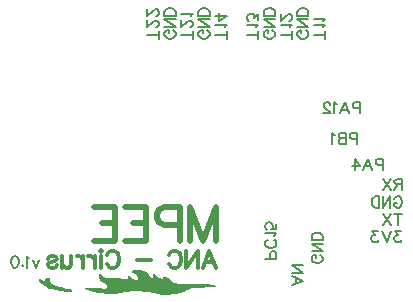
<source format=gbo>
G04 Layer: BottomSilkscreenLayer*
G04 EasyEDA v6.5.40, 2024-02-03 19:01:27*
G04 629f34bd56064ca5b14c1ddf27600c48,2e16165ee3bb4678bfb3015e44e098b9,10*
G04 Gerber Generator version 0.2*
G04 Scale: 100 percent, Rotated: No, Reflected: No *
G04 Dimensions in millimeters *
G04 leading zeros omitted , absolute positions ,4 integer and 5 decimal *
%FSLAX45Y45*%
%MOMM*%

%ADD10C,0.1600*%
%ADD11C,0.5000*%
%ADD12C,0.3000*%
%ADD13C,0.2000*%

%LPD*%
G36*
X1851050Y-2328519D02*
G01*
X1843735Y-2328773D01*
X1836928Y-2329332D01*
X1830730Y-2330246D01*
X1825193Y-2331466D01*
X1820570Y-2333040D01*
X1816912Y-2334920D01*
X1814322Y-2337104D01*
X1811477Y-2341219D01*
X1810054Y-2344978D01*
X1810054Y-2348433D01*
X1811477Y-2351532D01*
X1814372Y-2354326D01*
X1818639Y-2356815D01*
X1824380Y-2358999D01*
X1831543Y-2360879D01*
X1839061Y-2363368D01*
X1845259Y-2367076D01*
X1849831Y-2371852D01*
X1852523Y-2377490D01*
X1859076Y-2400604D01*
X1859534Y-2404059D01*
X1858924Y-2406853D01*
X1857349Y-2409088D01*
X1854911Y-2410815D01*
X1851761Y-2411933D01*
X1847951Y-2412542D01*
X1843735Y-2412695D01*
X1839112Y-2412288D01*
X1834235Y-2411425D01*
X1829257Y-2410104D01*
X1824278Y-2408326D01*
X1819351Y-2406091D01*
X1814677Y-2403500D01*
X1810410Y-2400452D01*
X1806549Y-2397048D01*
X1797405Y-2386126D01*
X1791817Y-2380843D01*
X1786686Y-2377490D01*
X1782114Y-2376068D01*
X1778355Y-2376627D01*
X1775460Y-2379065D01*
X1773580Y-2383536D01*
X1772920Y-2389987D01*
X1772767Y-2394661D01*
X1772259Y-2398623D01*
X1771294Y-2401874D01*
X1769770Y-2404465D01*
X1767535Y-2406396D01*
X1764538Y-2407716D01*
X1760677Y-2408478D01*
X1755851Y-2408682D01*
X1749958Y-2408377D01*
X1742846Y-2407615D01*
X1702765Y-2401112D01*
X1683766Y-2398471D01*
X1667916Y-2396896D01*
X1655368Y-2396337D01*
X1646174Y-2396845D01*
X1642922Y-2397506D01*
X1636826Y-2399995D01*
X1632356Y-2400960D01*
X1627225Y-2401366D01*
X1621637Y-2401316D01*
X1615592Y-2400706D01*
X1609242Y-2399690D01*
X1602740Y-2398217D01*
X1596085Y-2396388D01*
X1589430Y-2394153D01*
X1582877Y-2391613D01*
X1576578Y-2388768D01*
X1570532Y-2385669D01*
X1564894Y-2382316D01*
X1559814Y-2378760D01*
X1555292Y-2375001D01*
X1546606Y-2366111D01*
X1541881Y-2362708D01*
X1537512Y-2360930D01*
X1533702Y-2360726D01*
X1530451Y-2362047D01*
X1528013Y-2364943D01*
X1526438Y-2369362D01*
X1525879Y-2375255D01*
X1526235Y-2380030D01*
X1527149Y-2385263D01*
X1528622Y-2390902D01*
X1530553Y-2396693D01*
X1532890Y-2402535D01*
X1535480Y-2408275D01*
X1538325Y-2413711D01*
X1541322Y-2418689D01*
X1544370Y-2423058D01*
X1547418Y-2426665D01*
X1550365Y-2429357D01*
X1553159Y-2430983D01*
X1560220Y-2433878D01*
X1566672Y-2436825D01*
X1572615Y-2439873D01*
X1578000Y-2443022D01*
X1582877Y-2446172D01*
X1587195Y-2449322D01*
X1590954Y-2452522D01*
X1594154Y-2455672D01*
X1596847Y-2458821D01*
X1599031Y-2461920D01*
X1600657Y-2464917D01*
X1601774Y-2467813D01*
X1602333Y-2470607D01*
X1602384Y-2473248D01*
X1601876Y-2475738D01*
X1600860Y-2478024D01*
X1599336Y-2480157D01*
X1597304Y-2482037D01*
X1594713Y-2483713D01*
X1591614Y-2485136D01*
X1588008Y-2486253D01*
X1583893Y-2487066D01*
X1579270Y-2487574D01*
X1574139Y-2487726D01*
X1568500Y-2487574D01*
X1562354Y-2487015D01*
X1555648Y-2486050D01*
X1544320Y-2483866D01*
X1533956Y-2482443D01*
X1521409Y-2481224D01*
X1507337Y-2480259D01*
X1477010Y-2479141D01*
X1447647Y-2478989D01*
X1434846Y-2479344D01*
X1424127Y-2480005D01*
X1416100Y-2480919D01*
X1413256Y-2481529D01*
X1411274Y-2482189D01*
X1410309Y-2482900D01*
X1409750Y-2484272D01*
X1409750Y-2485644D01*
X1410309Y-2487117D01*
X1411325Y-2488590D01*
X1412849Y-2490063D01*
X1417320Y-2493162D01*
X1423517Y-2496312D01*
X1431290Y-2499512D01*
X1440535Y-2502763D01*
X1451000Y-2506014D01*
X1462582Y-2509215D01*
X1475181Y-2512364D01*
X1502613Y-2518359D01*
X1517142Y-2521153D01*
X1539595Y-2525064D01*
X1562303Y-2528519D01*
X1577340Y-2530500D01*
X1606499Y-2533599D01*
X1620316Y-2534666D01*
X1633423Y-2535377D01*
X1645615Y-2535732D01*
X1656791Y-2535631D01*
X1666798Y-2535123D01*
X1675434Y-2534158D01*
X1682648Y-2532684D01*
X1699564Y-2527198D01*
X1709521Y-2524506D01*
X1719986Y-2521966D01*
X1742236Y-2517648D01*
X1766011Y-2514244D01*
X1778304Y-2512872D01*
X1797304Y-2511298D01*
X1810156Y-2510485D01*
X1823212Y-2509926D01*
X1849577Y-2509520D01*
X1862836Y-2509621D01*
X1889302Y-2510586D01*
X1908911Y-2511907D01*
X1934565Y-2514447D01*
X1959356Y-2517902D01*
X1971293Y-2519984D01*
X1982876Y-2522270D01*
X1994103Y-2524810D01*
X2004872Y-2527554D01*
X2024227Y-2533345D01*
X2033270Y-2535428D01*
X2043379Y-2537104D01*
X2054504Y-2538374D01*
X2066391Y-2539238D01*
X2079040Y-2539695D01*
X2092198Y-2539746D01*
X2105761Y-2539492D01*
X2119630Y-2538831D01*
X2133650Y-2537815D01*
X2147620Y-2536494D01*
X2161540Y-2534869D01*
X2175154Y-2532938D01*
X2188413Y-2530703D01*
X2201062Y-2528163D01*
X2213102Y-2525420D01*
X2224328Y-2522372D01*
X2234590Y-2519070D01*
X2243785Y-2515616D01*
X2251811Y-2511856D01*
X2272182Y-2500274D01*
X2282088Y-2495042D01*
X2291384Y-2490724D01*
X2300478Y-2487218D01*
X2309774Y-2484424D01*
X2319629Y-2482291D01*
X2330500Y-2480716D01*
X2342743Y-2479598D01*
X2356815Y-2478836D01*
X2373020Y-2478379D01*
X2470861Y-2477465D01*
X2488234Y-2477008D01*
X2500934Y-2476347D01*
X2509672Y-2475331D01*
X2512822Y-2474722D01*
X2515260Y-2473960D01*
X2517038Y-2473045D01*
X2518308Y-2472080D01*
X2519172Y-2470912D01*
X2519680Y-2469591D01*
X2519984Y-2464663D01*
X2519730Y-2463546D01*
X2518968Y-2462479D01*
X2517749Y-2461412D01*
X2513838Y-2459431D01*
X2508199Y-2457500D01*
X2500884Y-2455773D01*
X2492044Y-2454148D01*
X2481732Y-2452674D01*
X2470099Y-2451354D01*
X2443378Y-2449271D01*
X2412746Y-2447848D01*
X2379065Y-2447239D01*
X2343302Y-2447493D01*
X2324963Y-2447950D01*
X2278024Y-2449830D01*
X2260295Y-2450084D01*
X2243836Y-2449830D01*
X2228596Y-2449068D01*
X2214524Y-2447798D01*
X2201570Y-2445969D01*
X2189734Y-2443581D01*
X2178862Y-2440584D01*
X2168956Y-2437079D01*
X2159914Y-2432913D01*
X2151786Y-2428189D01*
X2144420Y-2422855D01*
X2137816Y-2416860D01*
X2126488Y-2404160D01*
X2120696Y-2398928D01*
X2114651Y-2394559D01*
X2108504Y-2391105D01*
X2102256Y-2388514D01*
X2096160Y-2386888D01*
X2090267Y-2386177D01*
X2084679Y-2386431D01*
X2079498Y-2387701D01*
X2074875Y-2389987D01*
X2070912Y-2393289D01*
X2064512Y-2402433D01*
X2061565Y-2404465D01*
X2058416Y-2403805D01*
X2050846Y-2397760D01*
X2046427Y-2395423D01*
X2041855Y-2393848D01*
X2037588Y-2393289D01*
X2032863Y-2391867D01*
X2027072Y-2388158D01*
X2020925Y-2382570D01*
X2011121Y-2370836D01*
X2007107Y-2366924D01*
X2003247Y-2364028D01*
X1999589Y-2362200D01*
X1996186Y-2361336D01*
X1993138Y-2361488D01*
X1990547Y-2362606D01*
X1988362Y-2364689D01*
X1986788Y-2367737D01*
X1985822Y-2371699D01*
X1985568Y-2376576D01*
X1986838Y-2388870D01*
X1987143Y-2394204D01*
X1986940Y-2397810D01*
X1986229Y-2399131D01*
X1982419Y-2398471D01*
X1978050Y-2396540D01*
X1973376Y-2393594D01*
X1968550Y-2389733D01*
X1963775Y-2385212D01*
X1959305Y-2380132D01*
X1955342Y-2374696D01*
X1949551Y-2365044D01*
X1946452Y-2360930D01*
X1942744Y-2356916D01*
X1938528Y-2353005D01*
X1933905Y-2349296D01*
X1928875Y-2345842D01*
X1923592Y-2342743D01*
X1918157Y-2340000D01*
X1912061Y-2337511D01*
X1905355Y-2335377D01*
X1898091Y-2333498D01*
X1890522Y-2331923D01*
X1882648Y-2330602D01*
X1874621Y-2329637D01*
X1858721Y-2328570D01*
G37*
G36*
X1112469Y-2393645D02*
G01*
X1107897Y-2393797D01*
X1096162Y-2395118D01*
X1091285Y-2396337D01*
X1087120Y-2398115D01*
X1083360Y-2400655D01*
X1079906Y-2404160D01*
X1076452Y-2408732D01*
X1072845Y-2414524D01*
X1068933Y-2421788D01*
X1067104Y-2421737D01*
X1062888Y-2420112D01*
X1056944Y-2417165D01*
X1044498Y-2410206D01*
X1039672Y-2407869D01*
X1035405Y-2406142D01*
X1031646Y-2405024D01*
X1028395Y-2404414D01*
X1025652Y-2404364D01*
X1023416Y-2404821D01*
X1021740Y-2405684D01*
X1020521Y-2407005D01*
X1019759Y-2408682D01*
X1019556Y-2410764D01*
X1019759Y-2413152D01*
X1020470Y-2415794D01*
X1021638Y-2418740D01*
X1023264Y-2421890D01*
X1025347Y-2425242D01*
X1027887Y-2428748D01*
X1034287Y-2436063D01*
X1038098Y-2439873D01*
X1047038Y-2447442D01*
X1052118Y-2451201D01*
X1076198Y-2467406D01*
X1085900Y-2474569D01*
X1092098Y-2479802D01*
X1093470Y-2481427D01*
X1095908Y-2483764D01*
X1099769Y-2485644D01*
X1104493Y-2486914D01*
X1115923Y-2487828D01*
X1123746Y-2489047D01*
X1132179Y-2490774D01*
X1144320Y-2494178D01*
X1154480Y-2496718D01*
X1180541Y-2502154D01*
X1195374Y-2504897D01*
X1218285Y-2508758D01*
X1247444Y-2512974D01*
X1260246Y-2514549D01*
X1271117Y-2515565D01*
X1279499Y-2516073D01*
X1284986Y-2515870D01*
X1291132Y-2514650D01*
X1295958Y-2512872D01*
X1299413Y-2510739D01*
X1301648Y-2508300D01*
X1302613Y-2505710D01*
X1302410Y-2503119D01*
X1300988Y-2500579D01*
X1298448Y-2498242D01*
X1294841Y-2496159D01*
X1290167Y-2494584D01*
X1284478Y-2493518D01*
X1272184Y-2492806D01*
X1266037Y-2492095D01*
X1259535Y-2491028D01*
X1252931Y-2489606D01*
X1246327Y-2487879D01*
X1239977Y-2485948D01*
X1234084Y-2483815D01*
X1218996Y-2477058D01*
X1209598Y-2473401D01*
X1201674Y-2470912D01*
X1196390Y-2469946D01*
X1189786Y-2469591D01*
X1183284Y-2468829D01*
X1176883Y-2467711D01*
X1170635Y-2466187D01*
X1164640Y-2464409D01*
X1158798Y-2462276D01*
X1153261Y-2459837D01*
X1147978Y-2457145D01*
X1143000Y-2454198D01*
X1138377Y-2451049D01*
X1134110Y-2447696D01*
X1130249Y-2444140D01*
X1126794Y-2440482D01*
X1123848Y-2436622D01*
X1121359Y-2432659D01*
X1119378Y-2428646D01*
X1117955Y-2424531D01*
X1117092Y-2420366D01*
X1116888Y-2416200D01*
X1117295Y-2411984D01*
X1118311Y-2405684D01*
X1118819Y-2400960D01*
X1118666Y-2397556D01*
X1117701Y-2395372D01*
X1115669Y-2394102D01*
G37*
D10*
X3260902Y-2418631D02*
G01*
X3165447Y-2454993D01*
X3260902Y-2418631D02*
G01*
X3165447Y-2382265D01*
X3197265Y-2441356D02*
G01*
X3197265Y-2395903D01*
X3260902Y-2352266D02*
G01*
X3165447Y-2352266D01*
X3260902Y-2352266D02*
G01*
X3165447Y-2288631D01*
X3260902Y-2288631D02*
G01*
X3165447Y-2288631D01*
X3403168Y-2201811D02*
G01*
X3412258Y-2206355D01*
X3421349Y-2215446D01*
X3425896Y-2224539D01*
X3425896Y-2242720D01*
X3421349Y-2251811D01*
X3412258Y-2260902D01*
X3403168Y-2265446D01*
X3389533Y-2269992D01*
X3366805Y-2269992D01*
X3353168Y-2265446D01*
X3344077Y-2260902D01*
X3334986Y-2251811D01*
X3330440Y-2242720D01*
X3330440Y-2224539D01*
X3334986Y-2215446D01*
X3344077Y-2206355D01*
X3353168Y-2201811D01*
X3366805Y-2201811D01*
X3366805Y-2224539D02*
G01*
X3366805Y-2201811D01*
X3425896Y-2171811D02*
G01*
X3330440Y-2171811D01*
X3425896Y-2171811D02*
G01*
X3330440Y-2108174D01*
X3425896Y-2108174D02*
G01*
X3330440Y-2108174D01*
X3425896Y-2078174D02*
G01*
X3330440Y-2078174D01*
X3425896Y-2078174D02*
G01*
X3425896Y-2046356D01*
X3421349Y-2032721D01*
X3412258Y-2023630D01*
X3403168Y-2019084D01*
X3389533Y-2014540D01*
X3366805Y-2014540D01*
X3353168Y-2019084D01*
X3344077Y-2023630D01*
X3334986Y-2032721D01*
X3330440Y-2046356D01*
X3330440Y-2078174D01*
X4026822Y-1728452D02*
G01*
X4031355Y-1719374D01*
X4040444Y-1710283D01*
X4049534Y-1705724D01*
X4067731Y-1705724D01*
X4076811Y-1710283D01*
X4085902Y-1719374D01*
X4090443Y-1728452D01*
X4094993Y-1742102D01*
X4094993Y-1764817D01*
X4090443Y-1778447D01*
X4085902Y-1787545D01*
X4076811Y-1796635D01*
X4067731Y-1801187D01*
X4049534Y-1801187D01*
X4040444Y-1796635D01*
X4031355Y-1787545D01*
X4026822Y-1778447D01*
X4026822Y-1764817D01*
X4049534Y-1764817D02*
G01*
X4026822Y-1764817D01*
X3996804Y-1705724D02*
G01*
X3996804Y-1801187D01*
X3996804Y-1705724D02*
G01*
X3933182Y-1801187D01*
X3933182Y-1705724D02*
G01*
X3933182Y-1801187D01*
X3903179Y-1705724D02*
G01*
X3903179Y-1801187D01*
X3903179Y-1705724D02*
G01*
X3871361Y-1705724D01*
X3857721Y-1710283D01*
X3848633Y-1719374D01*
X3844089Y-1728452D01*
X3839542Y-1742102D01*
X3839542Y-1764817D01*
X3844089Y-1778447D01*
X3848633Y-1787545D01*
X3857721Y-1796635D01*
X3871361Y-1801187D01*
X3903179Y-1801187D01*
X4094993Y-1559087D02*
G01*
X4094993Y-1654543D01*
X4094993Y-1559087D02*
G01*
X4054083Y-1559087D01*
X4040446Y-1563634D01*
X4035899Y-1568178D01*
X4031355Y-1577268D01*
X4031355Y-1586359D01*
X4035899Y-1595450D01*
X4040446Y-1599996D01*
X4054083Y-1604543D01*
X4094993Y-1604543D01*
X4063174Y-1604543D02*
G01*
X4031355Y-1654543D01*
X4001355Y-1559087D02*
G01*
X3937718Y-1654543D01*
X3937718Y-1559087D02*
G01*
X4001355Y-1654543D01*
X4063169Y-1852371D02*
G01*
X4063169Y-1947826D01*
X4094988Y-1852371D02*
G01*
X4031350Y-1852371D01*
X4001350Y-1852371D02*
G01*
X3937716Y-1947826D01*
X3937716Y-1852371D02*
G01*
X4001350Y-1947826D01*
X4085902Y-1999013D02*
G01*
X4035902Y-1999013D01*
X4063174Y-2035375D01*
X4049539Y-2035375D01*
X4040449Y-2039922D01*
X4035902Y-2044468D01*
X4031358Y-2058103D01*
X4031358Y-2067194D01*
X4035902Y-2080831D01*
X4044993Y-2089922D01*
X4058630Y-2094468D01*
X4072265Y-2094468D01*
X4085902Y-2089922D01*
X4090449Y-2085375D01*
X4094993Y-2076284D01*
X4001358Y-1999013D02*
G01*
X3964993Y-2094468D01*
X3928630Y-1999013D02*
G01*
X3964993Y-2094468D01*
X3889540Y-1999013D02*
G01*
X3839540Y-1999013D01*
X3866812Y-2035375D01*
X3853174Y-2035375D01*
X3844084Y-2039922D01*
X3839540Y-2044468D01*
X3834993Y-2058103D01*
X3834993Y-2067194D01*
X3839540Y-2080831D01*
X3848630Y-2089922D01*
X3862265Y-2094468D01*
X3875902Y-2094468D01*
X3889540Y-2089922D01*
X3894084Y-2085375D01*
X3898630Y-2076284D01*
X2156950Y-301889D02*
G01*
X2166040Y-306417D01*
X2175131Y-315508D01*
X2179665Y-324617D01*
X2179665Y-342793D01*
X2175131Y-351878D01*
X2166040Y-360969D01*
X2156950Y-365526D01*
X2143312Y-370055D01*
X2120585Y-370055D01*
X2106937Y-365526D01*
X2097857Y-360969D01*
X2088766Y-351878D01*
X2084209Y-342793D01*
X2084209Y-324617D01*
X2088766Y-315508D01*
X2097857Y-306417D01*
X2106937Y-301889D01*
X2120585Y-301889D01*
X2120585Y-324617D02*
G01*
X2120585Y-301889D01*
X2179665Y-271886D02*
G01*
X2084209Y-271886D01*
X2179665Y-271886D02*
G01*
X2084209Y-208249D01*
X2179665Y-208249D02*
G01*
X2084209Y-208249D01*
X2179665Y-178247D02*
G01*
X2084209Y-178247D01*
X2179665Y-178247D02*
G01*
X2179665Y-146428D01*
X2175131Y-132803D01*
X2166040Y-123695D01*
X2156950Y-119161D01*
X2143312Y-114632D01*
X2120585Y-114632D01*
X2106937Y-119161D01*
X2097857Y-123695D01*
X2088766Y-132803D01*
X2084209Y-146428D01*
X2084209Y-178247D01*
X2444457Y-301889D02*
G01*
X2453553Y-306417D01*
X2462641Y-315508D01*
X2467175Y-324617D01*
X2467175Y-342793D01*
X2462641Y-351878D01*
X2453553Y-360969D01*
X2444457Y-365526D01*
X2430823Y-370055D01*
X2408095Y-370055D01*
X2394450Y-365526D01*
X2385367Y-360969D01*
X2376276Y-351878D01*
X2371719Y-342793D01*
X2371719Y-324617D01*
X2376276Y-315508D01*
X2385367Y-306417D01*
X2394450Y-301889D01*
X2408095Y-301889D01*
X2408095Y-324617D02*
G01*
X2408095Y-301889D01*
X2467175Y-271886D02*
G01*
X2371719Y-271886D01*
X2467175Y-271886D02*
G01*
X2371719Y-208249D01*
X2467175Y-208249D02*
G01*
X2371719Y-208249D01*
X2467175Y-178247D02*
G01*
X2371719Y-178247D01*
X2467175Y-178247D02*
G01*
X2467175Y-146428D01*
X2462641Y-132803D01*
X2453553Y-123695D01*
X2444457Y-119161D01*
X2430823Y-114632D01*
X2408095Y-114632D01*
X2394450Y-119161D01*
X2385367Y-123695D01*
X2376276Y-132803D01*
X2371719Y-146428D01*
X2371719Y-178247D01*
X2998185Y-301889D02*
G01*
X3007260Y-306417D01*
X3016351Y-315508D01*
X3020885Y-324617D01*
X3020885Y-342793D01*
X3016351Y-351878D01*
X3007260Y-360969D01*
X2998185Y-365526D01*
X2984533Y-370055D01*
X2961805Y-370055D01*
X2948157Y-365526D01*
X2939082Y-360969D01*
X2929986Y-351878D01*
X2925429Y-342793D01*
X2925429Y-324617D01*
X2929986Y-315508D01*
X2939082Y-306417D01*
X2948157Y-301889D01*
X2961805Y-301889D01*
X2961805Y-324617D02*
G01*
X2961805Y-301889D01*
X3020885Y-271886D02*
G01*
X2925429Y-271886D01*
X3020885Y-271886D02*
G01*
X2925429Y-208249D01*
X3020885Y-208249D02*
G01*
X2925429Y-208249D01*
X3020885Y-178247D02*
G01*
X2925429Y-178247D01*
X3020885Y-178247D02*
G01*
X3020885Y-146428D01*
X3016351Y-132803D01*
X3007260Y-123695D01*
X2998185Y-119161D01*
X2984533Y-114632D01*
X2961805Y-114632D01*
X2948157Y-119161D01*
X2939082Y-123695D01*
X2929986Y-132803D01*
X2925429Y-146428D01*
X2925429Y-178247D01*
X3280658Y-301889D02*
G01*
X3289749Y-306417D01*
X3298840Y-315508D01*
X3303374Y-324617D01*
X3303374Y-342793D01*
X3298840Y-351878D01*
X3289749Y-360969D01*
X3280658Y-365526D01*
X3267021Y-370055D01*
X3244293Y-370055D01*
X3230646Y-365526D01*
X3221565Y-360969D01*
X3212475Y-351878D01*
X3207918Y-342793D01*
X3207918Y-324617D01*
X3212475Y-315508D01*
X3221565Y-306417D01*
X3230646Y-301889D01*
X3244293Y-301889D01*
X3244293Y-324617D02*
G01*
X3244293Y-301889D01*
X3303374Y-271886D02*
G01*
X3207918Y-271886D01*
X3303374Y-271886D02*
G01*
X3207918Y-208249D01*
X3303374Y-208249D02*
G01*
X3207918Y-208249D01*
X3303374Y-178247D02*
G01*
X3207918Y-178247D01*
X3303374Y-178247D02*
G01*
X3303374Y-146428D01*
X3298840Y-132803D01*
X3289749Y-123695D01*
X3280658Y-119161D01*
X3267021Y-114632D01*
X3244293Y-114632D01*
X3230646Y-119161D01*
X3221565Y-123695D01*
X3212475Y-132803D01*
X3207918Y-146428D01*
X3207918Y-178247D01*
X2035906Y-338239D02*
G01*
X1940450Y-338239D01*
X2035906Y-370057D02*
G01*
X2035906Y-306420D01*
X2013178Y-271876D02*
G01*
X2017725Y-271876D01*
X2026815Y-267329D01*
X2031359Y-262785D01*
X2035906Y-253695D01*
X2035906Y-235511D01*
X2031359Y-226420D01*
X2026815Y-221876D01*
X2017725Y-217330D01*
X2008634Y-217330D01*
X1999543Y-221876D01*
X1985906Y-230967D01*
X1940450Y-276420D01*
X1940450Y-212785D01*
X2013178Y-178239D02*
G01*
X2017725Y-178239D01*
X2026815Y-173695D01*
X2031359Y-169148D01*
X2035906Y-160058D01*
X2035906Y-141876D01*
X2031359Y-132786D01*
X2026815Y-128239D01*
X2017725Y-123695D01*
X2008634Y-123695D01*
X1999543Y-128239D01*
X1985906Y-137330D01*
X1940450Y-182786D01*
X1940450Y-119148D01*
X2323416Y-338234D02*
G01*
X2227963Y-338234D01*
X2323416Y-370052D02*
G01*
X2323416Y-306415D01*
X2300691Y-271871D02*
G01*
X2305235Y-271871D01*
X2314326Y-267324D01*
X2318872Y-262780D01*
X2323416Y-253690D01*
X2323416Y-235506D01*
X2318872Y-226415D01*
X2314326Y-221871D01*
X2305235Y-217324D01*
X2296144Y-217324D01*
X2287054Y-221871D01*
X2273416Y-230962D01*
X2227963Y-276415D01*
X2227963Y-212780D01*
X2305235Y-182780D02*
G01*
X2309782Y-173690D01*
X2323416Y-160053D01*
X2227963Y-160053D01*
X2610932Y-338239D02*
G01*
X2515476Y-338239D01*
X2610932Y-370055D02*
G01*
X2610932Y-306420D01*
X2592750Y-276420D02*
G01*
X2597294Y-267329D01*
X2610932Y-253692D01*
X2515476Y-253692D01*
X2610932Y-178239D02*
G01*
X2547294Y-223692D01*
X2547294Y-155511D01*
X2610932Y-178239D02*
G01*
X2515476Y-178239D01*
X2879641Y-338239D02*
G01*
X2784185Y-338239D01*
X2879641Y-370055D02*
G01*
X2879641Y-306420D01*
X2861459Y-276420D02*
G01*
X2866003Y-267329D01*
X2879641Y-253692D01*
X2784185Y-253692D01*
X2879641Y-214602D02*
G01*
X2879641Y-164602D01*
X2843278Y-191874D01*
X2843278Y-178239D01*
X2838731Y-169146D01*
X2834185Y-164602D01*
X2820550Y-160055D01*
X2811459Y-160055D01*
X2797822Y-164602D01*
X2788732Y-173692D01*
X2784185Y-187330D01*
X2784185Y-200964D01*
X2788732Y-214602D01*
X2793278Y-219146D01*
X2802369Y-223692D01*
X3162132Y-338234D02*
G01*
X3066676Y-338234D01*
X3162132Y-370052D02*
G01*
X3162132Y-306415D01*
X3143951Y-276415D02*
G01*
X3148495Y-267324D01*
X3162132Y-253690D01*
X3066676Y-253690D01*
X3139404Y-219143D02*
G01*
X3143951Y-219143D01*
X3153041Y-214599D01*
X3157585Y-210052D01*
X3162132Y-200962D01*
X3162132Y-182780D01*
X3157585Y-173690D01*
X3153041Y-169143D01*
X3143951Y-164599D01*
X3134860Y-164599D01*
X3125769Y-169143D01*
X3112132Y-178234D01*
X3066676Y-223690D01*
X3066676Y-160053D01*
X3444623Y-338236D02*
G01*
X3349167Y-338236D01*
X3444623Y-370055D02*
G01*
X3444623Y-306417D01*
X3426442Y-276418D02*
G01*
X3430986Y-267327D01*
X3444623Y-253692D01*
X3349167Y-253692D01*
X3426442Y-223692D02*
G01*
X3430986Y-214602D01*
X3444623Y-200964D01*
X3349167Y-200964D01*
X3934993Y-1389087D02*
G01*
X3934993Y-1484543D01*
X3934993Y-1389087D02*
G01*
X3894084Y-1389087D01*
X3880446Y-1393634D01*
X3875902Y-1398178D01*
X3871356Y-1407269D01*
X3871356Y-1420906D01*
X3875902Y-1429997D01*
X3880446Y-1434543D01*
X3894084Y-1439087D01*
X3934993Y-1439087D01*
X3804993Y-1389087D02*
G01*
X3841356Y-1484543D01*
X3804993Y-1389087D02*
G01*
X3768631Y-1484543D01*
X3827721Y-1452725D02*
G01*
X3782265Y-1452725D01*
X3693175Y-1389087D02*
G01*
X3738631Y-1452725D01*
X3670447Y-1452725D01*
X3693175Y-1389087D02*
G01*
X3693175Y-1484543D01*
X3714993Y-1169088D02*
G01*
X3714993Y-1264544D01*
X3714993Y-1169088D02*
G01*
X3674084Y-1169088D01*
X3660447Y-1173634D01*
X3655903Y-1178179D01*
X3651356Y-1187269D01*
X3651356Y-1200906D01*
X3655903Y-1209997D01*
X3660447Y-1214544D01*
X3674084Y-1219088D01*
X3714993Y-1219088D01*
X3621356Y-1169088D02*
G01*
X3621356Y-1264544D01*
X3621356Y-1169088D02*
G01*
X3580447Y-1169088D01*
X3566812Y-1173634D01*
X3562266Y-1178179D01*
X3557722Y-1187269D01*
X3557722Y-1196360D01*
X3562266Y-1205450D01*
X3566812Y-1209997D01*
X3580447Y-1214544D01*
X3621356Y-1214544D02*
G01*
X3580447Y-1214544D01*
X3566812Y-1219088D01*
X3562266Y-1223634D01*
X3557722Y-1232725D01*
X3557722Y-1246360D01*
X3562266Y-1255450D01*
X3566812Y-1259997D01*
X3580447Y-1264544D01*
X3621356Y-1264544D01*
X3527722Y-1187269D02*
G01*
X3518631Y-1182725D01*
X3504994Y-1169088D01*
X3504994Y-1264544D01*
X3739992Y-909088D02*
G01*
X3739992Y-1004544D01*
X3739992Y-909088D02*
G01*
X3699083Y-909088D01*
X3685446Y-913635D01*
X3680901Y-918179D01*
X3676355Y-927270D01*
X3676355Y-940907D01*
X3680901Y-949998D01*
X3685446Y-954544D01*
X3699083Y-959088D01*
X3739992Y-959088D01*
X3609992Y-909088D02*
G01*
X3646355Y-1004544D01*
X3609992Y-909088D02*
G01*
X3573630Y-1004544D01*
X3632720Y-972726D02*
G01*
X3587264Y-972726D01*
X3543630Y-927270D02*
G01*
X3534539Y-922726D01*
X3520902Y-909088D01*
X3520902Y-1004544D01*
X3486355Y-931816D02*
G01*
X3486355Y-927270D01*
X3481811Y-918179D01*
X3477265Y-913635D01*
X3468174Y-909088D01*
X3449993Y-909088D01*
X3440902Y-913635D01*
X3436355Y-918179D01*
X3431811Y-927270D01*
X3431811Y-936360D01*
X3436355Y-945451D01*
X3445446Y-959088D01*
X3490902Y-1004544D01*
X3427265Y-1004544D01*
X3030928Y-2235166D02*
G01*
X2935472Y-2235166D01*
X3030928Y-2235166D02*
G01*
X3030928Y-2194257D01*
X3026382Y-2180620D01*
X3021838Y-2176076D01*
X3012747Y-2171529D01*
X2999110Y-2171529D01*
X2990019Y-2176076D01*
X2985472Y-2180620D01*
X2980928Y-2194257D01*
X2980928Y-2235166D01*
X3008200Y-2073348D02*
G01*
X3017291Y-2077895D01*
X3026382Y-2086985D01*
X3030928Y-2096076D01*
X3030928Y-2114257D01*
X3026382Y-2123348D01*
X3017291Y-2132439D01*
X3008200Y-2136985D01*
X2994566Y-2141529D01*
X2971838Y-2141529D01*
X2958200Y-2136985D01*
X2949110Y-2132439D01*
X2940019Y-2123348D01*
X2935472Y-2114257D01*
X2935472Y-2096076D01*
X2940019Y-2086985D01*
X2949110Y-2077895D01*
X2958200Y-2073348D01*
X3012747Y-2043348D02*
G01*
X3017291Y-2034258D01*
X3030928Y-2020620D01*
X2935472Y-2020620D01*
X3030928Y-1936076D02*
G01*
X3030928Y-1981530D01*
X2990019Y-1986076D01*
X2994566Y-1981530D01*
X2999110Y-1967895D01*
X2999110Y-1954258D01*
X2994566Y-1940620D01*
X2985472Y-1931530D01*
X2971838Y-1926986D01*
X2962747Y-1926986D01*
X2949110Y-1931530D01*
X2940019Y-1940620D01*
X2935472Y-1954258D01*
X2935472Y-1967895D01*
X2940019Y-1981530D01*
X2944566Y-1986076D01*
X2953656Y-1990620D01*
D11*
X2519994Y-1797268D02*
G01*
X2519994Y-2083633D01*
X2519994Y-1797268D02*
G01*
X2410904Y-2083633D01*
X2301814Y-1797268D02*
G01*
X2410904Y-2083633D01*
X2301814Y-1797268D02*
G01*
X2301814Y-2083633D01*
X2211814Y-1797268D02*
G01*
X2211814Y-2083633D01*
X2211814Y-1797268D02*
G01*
X2089086Y-1797268D01*
X2048177Y-1810905D01*
X2034542Y-1824542D01*
X2020905Y-1851814D01*
X2020905Y-1892724D01*
X2034542Y-1919996D01*
X2048177Y-1933633D01*
X2089086Y-1947268D01*
X2211814Y-1947268D01*
X1930905Y-1797268D02*
G01*
X1930905Y-2083633D01*
X1930905Y-1797268D02*
G01*
X1753633Y-1797268D01*
X1930905Y-1933633D02*
G01*
X1821814Y-1933633D01*
X1930905Y-2083633D02*
G01*
X1753633Y-2083633D01*
X1663633Y-1797268D02*
G01*
X1663633Y-2083633D01*
X1663633Y-1797268D02*
G01*
X1486359Y-1797268D01*
X1663633Y-1933633D02*
G01*
X1554543Y-1933633D01*
X1663633Y-2083633D02*
G01*
X1486359Y-2083633D01*
D12*
X2465448Y-2166363D02*
G01*
X2519994Y-2309545D01*
X2465448Y-2166363D02*
G01*
X2410904Y-2309545D01*
X2499540Y-2261819D02*
G01*
X2431359Y-2261819D01*
X2365903Y-2166363D02*
G01*
X2365903Y-2309545D01*
X2365903Y-2166363D02*
G01*
X2270450Y-2309545D01*
X2270450Y-2166363D02*
G01*
X2270450Y-2309545D01*
X2123178Y-2200455D02*
G01*
X2129995Y-2186818D01*
X2143633Y-2173180D01*
X2157267Y-2166363D01*
X2184542Y-2166363D01*
X2198176Y-2173180D01*
X2211814Y-2186818D01*
X2218631Y-2200455D01*
X2225448Y-2220909D01*
X2225448Y-2254999D01*
X2218631Y-2275453D01*
X2211814Y-2289091D01*
X2198176Y-2302728D01*
X2184542Y-2309545D01*
X2157267Y-2309545D01*
X2143633Y-2302728D01*
X2129995Y-2289091D01*
X2123178Y-2275453D01*
X1973178Y-2248181D02*
G01*
X1850450Y-2248181D01*
X1598178Y-2200455D02*
G01*
X1604995Y-2186818D01*
X1618632Y-2173180D01*
X1632270Y-2166363D01*
X1659542Y-2166363D01*
X1673179Y-2173180D01*
X1686813Y-2186818D01*
X1693633Y-2200455D01*
X1700451Y-2220909D01*
X1700451Y-2254999D01*
X1693633Y-2275453D01*
X1686813Y-2289091D01*
X1673179Y-2302728D01*
X1659542Y-2309545D01*
X1632270Y-2309545D01*
X1618632Y-2302728D01*
X1604995Y-2289091D01*
X1598178Y-2275453D01*
X1553179Y-2166363D02*
G01*
X1546359Y-2173180D01*
X1539542Y-2166363D01*
X1546359Y-2159546D01*
X1553179Y-2166363D01*
X1546359Y-2214090D02*
G01*
X1546359Y-2309545D01*
X1494543Y-2214090D02*
G01*
X1494543Y-2309545D01*
X1494543Y-2254999D02*
G01*
X1487723Y-2234544D01*
X1474088Y-2220909D01*
X1460451Y-2214090D01*
X1439997Y-2214090D01*
X1394995Y-2214090D02*
G01*
X1394995Y-2309545D01*
X1394995Y-2254999D02*
G01*
X1388178Y-2234544D01*
X1374543Y-2220909D01*
X1360906Y-2214090D01*
X1340451Y-2214090D01*
X1295450Y-2214090D02*
G01*
X1295450Y-2282273D01*
X1288633Y-2302728D01*
X1274996Y-2309545D01*
X1254544Y-2309545D01*
X1240906Y-2302728D01*
X1220452Y-2282273D01*
X1220452Y-2214090D02*
G01*
X1220452Y-2309545D01*
X1100452Y-2234544D02*
G01*
X1107269Y-2220909D01*
X1127724Y-2214090D01*
X1148179Y-2214090D01*
X1168633Y-2220909D01*
X1175451Y-2234544D01*
X1168633Y-2248181D01*
X1154996Y-2254999D01*
X1120907Y-2261819D01*
X1107269Y-2268636D01*
X1100452Y-2282273D01*
X1100452Y-2289091D01*
X1107269Y-2302728D01*
X1127724Y-2309545D01*
X1148179Y-2309545D01*
X1168633Y-2302728D01*
X1175451Y-2289091D01*
D13*
X1024999Y-2245906D02*
G01*
X997727Y-2309543D01*
X970452Y-2245906D02*
G01*
X997727Y-2309543D01*
X940452Y-2232268D02*
G01*
X931362Y-2227724D01*
X917727Y-2214087D01*
X917727Y-2309543D01*
X883180Y-2286815D02*
G01*
X887727Y-2291359D01*
X883180Y-2295905D01*
X878636Y-2291359D01*
X883180Y-2286815D01*
X821362Y-2214087D02*
G01*
X834999Y-2218634D01*
X844090Y-2232268D01*
X848636Y-2254996D01*
X848636Y-2268634D01*
X844090Y-2291359D01*
X834999Y-2304996D01*
X821362Y-2309543D01*
X812271Y-2309543D01*
X798636Y-2304996D01*
X789546Y-2291359D01*
X784999Y-2268634D01*
X784999Y-2254996D01*
X789546Y-2232268D01*
X798636Y-2218634D01*
X812271Y-2214087D01*
X821362Y-2214087D01*
M02*

</source>
